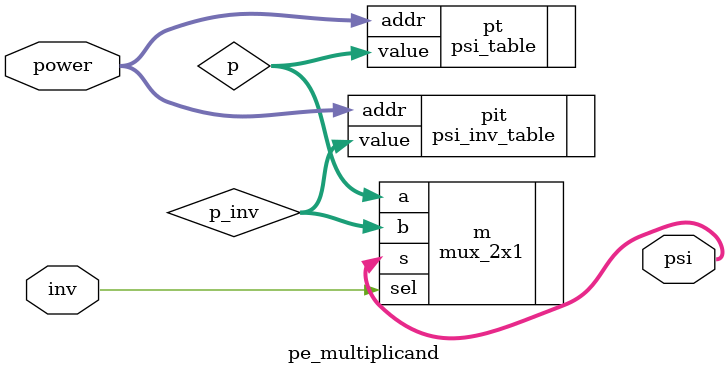
<source format=v>
`timescale 1ns / 1ps


module pe_multiplicand #(parameter N = 17, D = 32) (
    input [$clog2(D)-1:0] power,
    input inv,
    output [N-1:0] psi
    );
    
    wire [N-1:0] p, p_inv;
    
    psi_table pt(.addr(power), .value(p));
    psi_inv_table pit(.addr(power), .value(p_inv));
    mux_2x1 #(.N(N)) m(.a(p), .b(p_inv), .sel(inv), .s(psi));
endmodule

</source>
